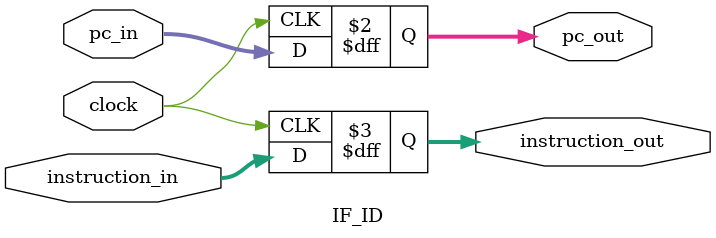
<source format=v>
module IF_ID(clock, pc_in, pc_out, instruction_in, instruction_out);

    input clock;
    input [31:0] pc_in;
    input [31:0] instruction_in;
    
    output reg [31:0] pc_out;
    output reg [31:0] instruction_out;
    
    always@(posedge clock) begin
        pc_out = pc_in;
        instruction_out = instruction_in;
    end
    
endmodule
</source>
